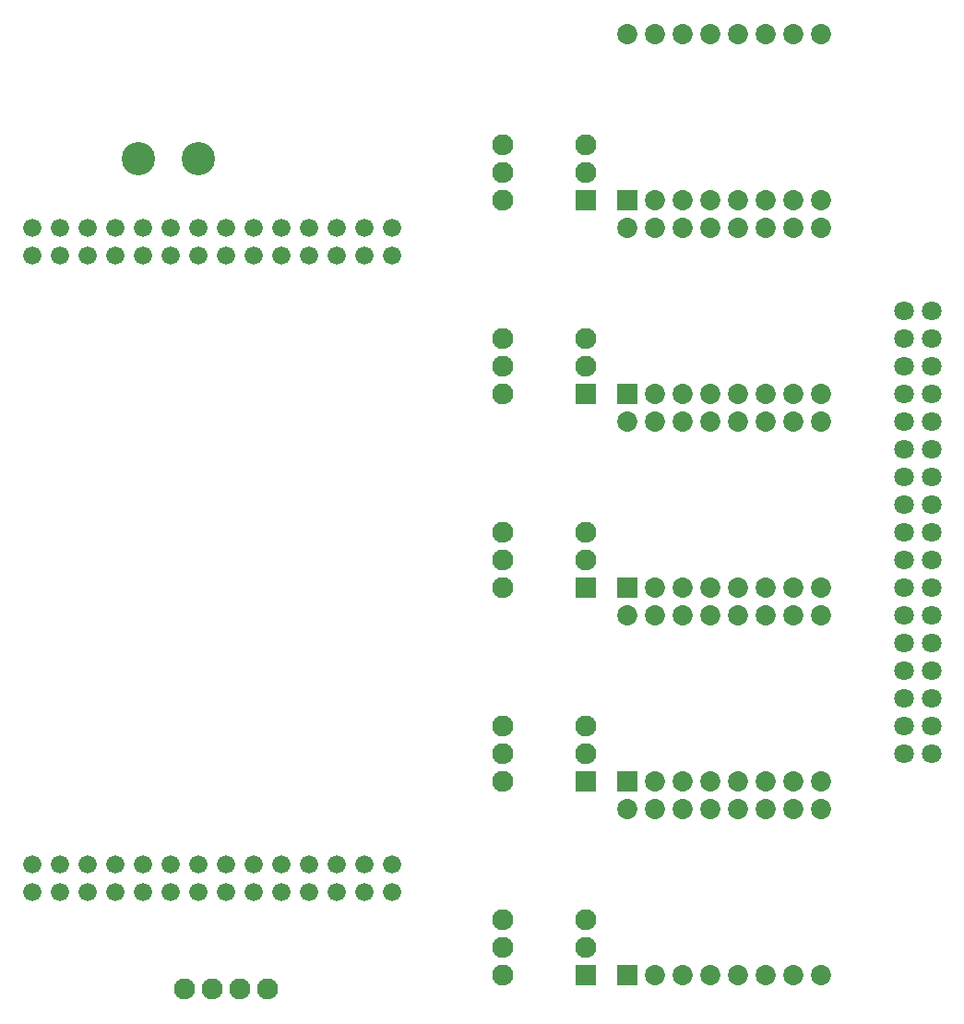
<source format=gbs>
*
*
G04 PADS 9.5 Build Number: 522968 generated Gerber (RS-274-X) file*
G04 PC Version=2.1*
*
%IN "Arm Board r1.pcb"*%
*
%MOIN*%
*
%FSLAX35Y35*%
*
*
*
*
G04 PC Standard Apertures*
*
*
G04 Thermal Relief Aperture macro.*
%AMTER*
1,1,$1,0,0*
1,0,$1-$2,0,0*
21,0,$3,$4,0,0,45*
21,0,$3,$4,0,0,135*
%
*
*
G04 Annular Aperture macro.*
%AMANN*
1,1,$1,0,0*
1,0,$2,0,0*
%
*
*
G04 Odd Aperture macro.*
%AMODD*
1,1,$1,0,0*
1,0,$1-0.005,0,0*
%
*
*
G04 PC Custom Aperture Macros*
*
*
*
*
*
*
G04 PC Aperture Table*
*
%ADD010C,0.001*%
%ADD043C,0.071*%
%ADD045C,0.066*%
%ADD046C,0.12017*%
%ADD051C,0.076*%
%ADD053R,0.076X0.076*%
%ADD054R,0.073X0.073*%
%ADD055C,0.073*%
*
*
*
*
G04 PC Circuitry*
G04 Layer Name Arm Board r1.pcb - circuitry*
%LPD*%
*
*
G04 PC Custom Flashes*
G04 Layer Name Arm Board r1.pcb - flashes*
%LPD*%
*
*
G04 PC Circuitry*
G04 Layer Name Arm Board r1.pcb - circuitry*
%LPD*%
*
G54D10*
G54D43*
G01X450000Y375000D03*
X460000D03*
X450000Y365000D03*
X460000D03*
X450000Y355000D03*
X460000D03*
X450000Y345000D03*
X460000D03*
X450000Y335000D03*
X460000D03*
X450000Y325000D03*
X460000D03*
X450000Y315000D03*
X460000D03*
X450000Y305000D03*
X460000D03*
X450000Y295000D03*
X460000D03*
X450000Y285000D03*
X460000D03*
X450000Y275000D03*
X460000D03*
X450000Y265000D03*
X460000D03*
X450000Y255000D03*
X460000D03*
X450000Y245000D03*
X460000D03*
X450000Y235000D03*
X460000D03*
X450000Y225000D03*
X460000D03*
X450000Y215000D03*
X460000D03*
G54D45*
X135000Y395000D03*
Y405000D03*
X145000Y395000D03*
Y405000D03*
X155000Y395000D03*
Y405000D03*
X165000Y395000D03*
Y405000D03*
X175000Y395000D03*
Y405000D03*
X185000Y395000D03*
Y405000D03*
X195000Y395000D03*
Y405000D03*
X205000Y395000D03*
Y405000D03*
X215000Y395000D03*
Y405000D03*
X225000Y395000D03*
Y405000D03*
X235000Y395000D03*
Y405000D03*
X245000Y395000D03*
Y405000D03*
X255000Y395000D03*
Y405000D03*
X265000Y395000D03*
Y405000D03*
X135000Y165000D03*
Y175000D03*
X145000Y165000D03*
Y175000D03*
X155000Y165000D03*
Y175000D03*
X165000Y165000D03*
Y175000D03*
X175000Y165000D03*
Y175000D03*
X185000Y165000D03*
Y175000D03*
X195000Y165000D03*
Y175000D03*
X205000Y165000D03*
Y175000D03*
X215000Y165000D03*
Y175000D03*
X225000Y165000D03*
Y175000D03*
X235000Y165000D03*
Y175000D03*
X245000Y165000D03*
Y175000D03*
X255000Y165000D03*
Y175000D03*
X265000Y165000D03*
Y175000D03*
G54D46*
X195000Y430000D03*
X173346D03*
G54D51*
X220000Y130000D03*
X210000D03*
X200000D03*
X190000D03*
X335000Y425000D03*
Y435000D03*
X305000D03*
Y425000D03*
Y415000D03*
X335000Y355000D03*
Y365000D03*
X305000D03*
Y355000D03*
Y345000D03*
X335000Y285000D03*
Y295000D03*
X305000D03*
Y285000D03*
Y275000D03*
X335000Y215000D03*
Y225000D03*
X305000D03*
Y215000D03*
Y205000D03*
X335000Y145000D03*
Y155000D03*
X305000D03*
Y145000D03*
Y135000D03*
G54D53*
X335000Y415000D03*
Y345000D03*
Y275000D03*
Y205000D03*
Y135000D03*
G54D54*
X350000Y415000D03*
Y345000D03*
Y275000D03*
Y205000D03*
Y135000D03*
G54D55*
X360000Y415000D03*
X370000D03*
X380000D03*
X390000D03*
X400000D03*
X410000D03*
X420000D03*
Y475000D03*
X410000D03*
X400000D03*
X390000D03*
X380000D03*
X370000D03*
X360000D03*
X350000D03*
X360000Y345000D03*
X370000D03*
X380000D03*
X390000D03*
X400000D03*
X410000D03*
X420000D03*
Y405000D03*
X410000D03*
X400000D03*
X390000D03*
X380000D03*
X370000D03*
X360000D03*
X350000D03*
X360000Y275000D03*
X370000D03*
X380000D03*
X390000D03*
X400000D03*
X410000D03*
X420000D03*
Y335000D03*
X410000D03*
X400000D03*
X390000D03*
X380000D03*
X370000D03*
X360000D03*
X350000D03*
X360000Y205000D03*
X370000D03*
X380000D03*
X390000D03*
X400000D03*
X410000D03*
X420000D03*
Y265000D03*
X410000D03*
X400000D03*
X390000D03*
X380000D03*
X370000D03*
X360000D03*
X350000D03*
X360000Y135000D03*
X370000D03*
X380000D03*
X390000D03*
X400000D03*
X410000D03*
X420000D03*
Y195000D03*
X410000D03*
X400000D03*
X390000D03*
X380000D03*
X370000D03*
X360000D03*
X350000D03*
X0Y0D02*
M02*

</source>
